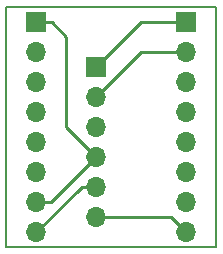
<source format=gtl>
G04 #@! TF.GenerationSoftware,KiCad,Pcbnew,(6.0.2)*
G04 #@! TF.CreationDate,2025-01-10T20:51:35+01:00*
G04 #@! TF.ProjectId,adapter,61646170-7465-4722-9e6b-696361645f70,rev?*
G04 #@! TF.SameCoordinates,Original*
G04 #@! TF.FileFunction,Copper,L1,Top*
G04 #@! TF.FilePolarity,Positive*
%FSLAX46Y46*%
G04 Gerber Fmt 4.6, Leading zero omitted, Abs format (unit mm)*
G04 Created by KiCad (PCBNEW (6.0.2)) date 2025-01-10 20:51:35*
%MOMM*%
%LPD*%
G01*
G04 APERTURE LIST*
G04 #@! TA.AperFunction,NonConductor*
%ADD10C,0.200000*%
G04 #@! TD*
G04 #@! TA.AperFunction,ComponentPad*
%ADD11R,1.700000X1.700000*%
G04 #@! TD*
G04 #@! TA.AperFunction,ComponentPad*
%ADD12O,1.700000X1.700000*%
G04 #@! TD*
G04 #@! TA.AperFunction,Conductor*
%ADD13C,0.250000*%
G04 #@! TD*
G04 APERTURE END LIST*
D10*
X152400000Y-83820000D02*
X134620000Y-83820000D01*
X152400000Y-104140000D02*
X152400000Y-83820000D01*
X134620000Y-104140000D02*
X152400000Y-104140000D01*
X134620000Y-83820000D02*
X134620000Y-104140000D01*
D11*
X142240000Y-88900000D03*
D12*
X142240000Y-91440000D03*
X142240000Y-93980000D03*
X142240000Y-96520000D03*
X142240000Y-99060000D03*
X142240000Y-101600000D03*
D11*
X137160000Y-85105000D03*
D12*
X137160000Y-87645000D03*
X137160000Y-90185000D03*
X137160000Y-92725000D03*
X137160000Y-95265000D03*
X137160000Y-97805000D03*
X137160000Y-100345000D03*
X137160000Y-102885000D03*
D11*
X149860000Y-85105000D03*
D12*
X149860000Y-87645000D03*
X149860000Y-90185000D03*
X149860000Y-92725000D03*
X149860000Y-95265000D03*
X149860000Y-97805000D03*
X149860000Y-100345000D03*
X149860000Y-102885000D03*
D13*
X139700000Y-86360000D02*
X139700000Y-93980000D01*
X139700000Y-93980000D02*
X142240000Y-96520000D01*
X137160000Y-85105000D02*
X138445000Y-85105000D01*
X137160000Y-100345000D02*
X138415000Y-100345000D01*
X138415000Y-100345000D02*
X142240000Y-96520000D01*
X138445000Y-85105000D02*
X139700000Y-86360000D01*
X137160000Y-87645000D02*
X137160000Y-88021010D01*
X137160000Y-102885000D02*
X140985000Y-99060000D01*
X140985000Y-99060000D02*
X142240000Y-99060000D01*
X146035000Y-87645000D02*
X142240000Y-91440000D01*
X149860000Y-87645000D02*
X146035000Y-87645000D01*
X146035000Y-85105000D02*
X142240000Y-88900000D01*
X149860000Y-85105000D02*
X146035000Y-85105000D01*
X149860000Y-102885000D02*
X148575000Y-101600000D01*
X148575000Y-101600000D02*
X142240000Y-101600000D01*
M02*

</source>
